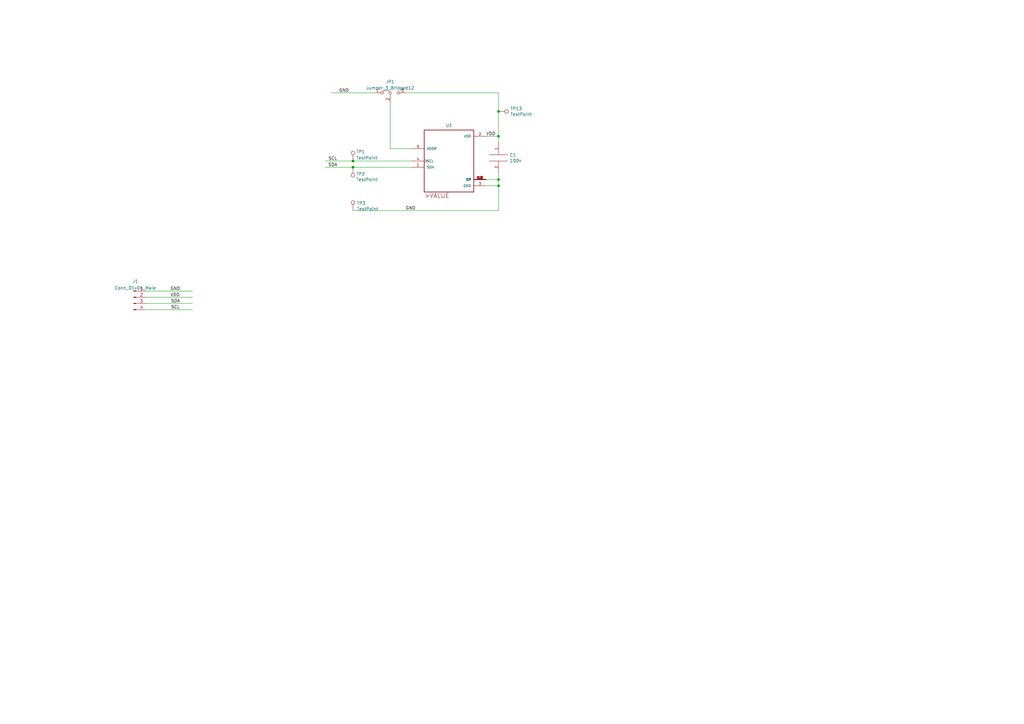
<source format=kicad_sch>
(kicad_sch (version 20211123) (generator eeschema)

  (uuid f144a97d-c3f0-423f-b0a9-3f7dbc42478b)

  (paper "A3")

  (title_block
    (title "mlx90632-breakout")
    (date "2023-01-16")
    (rev "1.2")
    (company "Melexis Inc")
  )

  (lib_symbols
    (symbol "Connector:Conn_01x04_Male" (pin_names (offset 1.016) hide) (in_bom yes) (on_board yes)
      (property "Reference" "J" (id 0) (at 0 5.08 0)
        (effects (font (size 1.27 1.27)))
      )
      (property "Value" "Conn_01x04_Male" (id 1) (at 0 -7.62 0)
        (effects (font (size 1.27 1.27)))
      )
      (property "Footprint" "" (id 2) (at 0 0 0)
        (effects (font (size 1.27 1.27)) hide)
      )
      (property "Datasheet" "~" (id 3) (at 0 0 0)
        (effects (font (size 1.27 1.27)) hide)
      )
      (property "ki_keywords" "connector" (id 4) (at 0 0 0)
        (effects (font (size 1.27 1.27)) hide)
      )
      (property "ki_description" "Generic connector, single row, 01x04, script generated (kicad-library-utils/schlib/autogen/connector/)" (id 5) (at 0 0 0)
        (effects (font (size 1.27 1.27)) hide)
      )
      (property "ki_fp_filters" "Connector*:*_1x??_*" (id 6) (at 0 0 0)
        (effects (font (size 1.27 1.27)) hide)
      )
      (symbol "Conn_01x04_Male_1_1"
        (polyline
          (pts
            (xy 1.27 -5.08)
            (xy 0.8636 -5.08)
          )
          (stroke (width 0.1524) (type default) (color 0 0 0 0))
          (fill (type none))
        )
        (polyline
          (pts
            (xy 1.27 -2.54)
            (xy 0.8636 -2.54)
          )
          (stroke (width 0.1524) (type default) (color 0 0 0 0))
          (fill (type none))
        )
        (polyline
          (pts
            (xy 1.27 0)
            (xy 0.8636 0)
          )
          (stroke (width 0.1524) (type default) (color 0 0 0 0))
          (fill (type none))
        )
        (polyline
          (pts
            (xy 1.27 2.54)
            (xy 0.8636 2.54)
          )
          (stroke (width 0.1524) (type default) (color 0 0 0 0))
          (fill (type none))
        )
        (rectangle (start 0.8636 -4.953) (end 0 -5.207)
          (stroke (width 0.1524) (type default) (color 0 0 0 0))
          (fill (type outline))
        )
        (rectangle (start 0.8636 -2.413) (end 0 -2.667)
          (stroke (width 0.1524) (type default) (color 0 0 0 0))
          (fill (type outline))
        )
        (rectangle (start 0.8636 0.127) (end 0 -0.127)
          (stroke (width 0.1524) (type default) (color 0 0 0 0))
          (fill (type outline))
        )
        (rectangle (start 0.8636 2.667) (end 0 2.413)
          (stroke (width 0.1524) (type default) (color 0 0 0 0))
          (fill (type outline))
        )
        (pin passive line (at 5.08 2.54 180) (length 3.81)
          (name "Pin_1" (effects (font (size 1.27 1.27))))
          (number "1" (effects (font (size 1.27 1.27))))
        )
        (pin passive line (at 5.08 0 180) (length 3.81)
          (name "Pin_2" (effects (font (size 1.27 1.27))))
          (number "2" (effects (font (size 1.27 1.27))))
        )
        (pin passive line (at 5.08 -2.54 180) (length 3.81)
          (name "Pin_3" (effects (font (size 1.27 1.27))))
          (number "3" (effects (font (size 1.27 1.27))))
        )
        (pin passive line (at 5.08 -5.08 180) (length 3.81)
          (name "Pin_4" (effects (font (size 1.27 1.27))))
          (number "4" (effects (font (size 1.27 1.27))))
        )
      )
    )
    (symbol "Connector:TestPoint" (pin_numbers hide) (pin_names (offset 0.762) hide) (in_bom yes) (on_board yes)
      (property "Reference" "TP" (id 0) (at 0 6.858 0)
        (effects (font (size 1.27 1.27)))
      )
      (property "Value" "TestPoint" (id 1) (at 0 5.08 0)
        (effects (font (size 1.27 1.27)))
      )
      (property "Footprint" "" (id 2) (at 5.08 0 0)
        (effects (font (size 1.27 1.27)) hide)
      )
      (property "Datasheet" "~" (id 3) (at 5.08 0 0)
        (effects (font (size 1.27 1.27)) hide)
      )
      (property "ki_keywords" "test point tp" (id 4) (at 0 0 0)
        (effects (font (size 1.27 1.27)) hide)
      )
      (property "ki_description" "test point" (id 5) (at 0 0 0)
        (effects (font (size 1.27 1.27)) hide)
      )
      (property "ki_fp_filters" "Pin* Test*" (id 6) (at 0 0 0)
        (effects (font (size 1.27 1.27)) hide)
      )
      (symbol "TestPoint_0_1"
        (circle (center 0 3.302) (radius 0.762)
          (stroke (width 0) (type default) (color 0 0 0 0))
          (fill (type none))
        )
      )
      (symbol "TestPoint_1_1"
        (pin passive line (at 0 0 90) (length 2.54)
          (name "1" (effects (font (size 1.27 1.27))))
          (number "1" (effects (font (size 1.27 1.27))))
        )
      )
    )
    (symbol "Jumper:Jumper_3_Bridged12" (pin_names (offset 0) hide) (in_bom yes) (on_board yes)
      (property "Reference" "JP" (id 0) (at -2.54 -2.54 0)
        (effects (font (size 1.27 1.27)))
      )
      (property "Value" "Jumper_3_Bridged12" (id 1) (at 0 2.794 0)
        (effects (font (size 1.27 1.27)))
      )
      (property "Footprint" "" (id 2) (at 0 0 0)
        (effects (font (size 1.27 1.27)) hide)
      )
      (property "Datasheet" "~" (id 3) (at 0 0 0)
        (effects (font (size 1.27 1.27)) hide)
      )
      (property "ki_keywords" "Jumper SPDT" (id 4) (at 0 0 0)
        (effects (font (size 1.27 1.27)) hide)
      )
      (property "ki_description" "Jumper, 3-pole, pins 1+2 closed/bridged" (id 5) (at 0 0 0)
        (effects (font (size 1.27 1.27)) hide)
      )
      (property "ki_fp_filters" "Jumper* TestPoint*3Pads* TestPoint*Bridge*" (id 6) (at 0 0 0)
        (effects (font (size 1.27 1.27)) hide)
      )
      (symbol "Jumper_3_Bridged12_0_0"
        (circle (center -3.302 0) (radius 0.508)
          (stroke (width 0) (type default) (color 0 0 0 0))
          (fill (type none))
        )
        (circle (center 0 0) (radius 0.508)
          (stroke (width 0) (type default) (color 0 0 0 0))
          (fill (type none))
        )
        (circle (center 3.302 0) (radius 0.508)
          (stroke (width 0) (type default) (color 0 0 0 0))
          (fill (type none))
        )
      )
      (symbol "Jumper_3_Bridged12_0_1"
        (arc (start -0.254 0.508) (mid -1.651 0.9912) (end -3.048 0.508)
          (stroke (width 0) (type default) (color 0 0 0 0))
          (fill (type none))
        )
        (polyline
          (pts
            (xy 0 -1.27)
            (xy 0 -0.508)
          )
          (stroke (width 0) (type default) (color 0 0 0 0))
          (fill (type none))
        )
      )
      (symbol "Jumper_3_Bridged12_1_1"
        (pin passive line (at -6.35 0 0) (length 2.54)
          (name "A" (effects (font (size 1.27 1.27))))
          (number "1" (effects (font (size 1.27 1.27))))
        )
        (pin passive line (at 0 -3.81 90) (length 2.54)
          (name "C" (effects (font (size 1.27 1.27))))
          (number "2" (effects (font (size 1.27 1.27))))
        )
        (pin passive line (at 6.35 0 180) (length 2.54)
          (name "B" (effects (font (size 1.27 1.27))))
          (number "3" (effects (font (size 1.27 1.27))))
        )
      )
    )
    (symbol "melexis-temperature:MLX90632" (pin_names (offset 1.016)) (in_bom yes) (on_board yes)
      (property "Reference" "U" (id 0) (at -10.16 13.208 0)
        (effects (font (size 1.27 1.27)) (justify left bottom))
      )
      (property "Value" "MLX90632" (id 1) (at -8.89 -11.43 0)
        (effects (font (size 1.27 1.27)) (justify left bottom) hide)
      )
      (property "Footprint" "melexis-temperature:mlx90632-no-via-large" (id 2) (at -10.16 -20.32 0)
        (effects (font (size 1.27 1.27)) (justify left bottom) hide)
      )
      (property "Datasheet" "https://melexis.com/mlx90632" (id 3) (at -8.89 -17.78 0)
        (effects (font (size 1.27 1.27)) (justify left bottom) hide)
      )
      (symbol "MLX90632_0_0"
        (polyline
          (pts
            (xy -10.16 -12.7)
            (xy 10.16 -12.7)
          )
          (stroke (width 0.254) (type default) (color 0 0 0 0))
          (fill (type none))
        )
        (polyline
          (pts
            (xy -10.16 12.7)
            (xy -10.16 -12.7)
          )
          (stroke (width 0.254) (type default) (color 0 0 0 0))
          (fill (type none))
        )
        (polyline
          (pts
            (xy 10.16 -12.7)
            (xy 10.16 12.7)
          )
          (stroke (width 0.254) (type default) (color 0 0 0 0))
          (fill (type none))
        )
        (polyline
          (pts
            (xy 10.16 12.7)
            (xy -10.16 12.7)
          )
          (stroke (width 0.254) (type default) (color 0 0 0 0))
          (fill (type none))
        )
        (text ">VALUE " (at -10.16 -15.24 0)
          (effects (font (size 1.778 1.778)) (justify left bottom))
        )
        (pin bidirectional line (at -15.24 -2.54 0) (length 5.08)
          (name "SDA" (effects (font (size 1.016 1.016))))
          (number "1" (effects (font (size 1.016 1.016))))
        )
        (pin power_in line (at 15.24 10.16 180) (length 5.08)
          (name "VDD" (effects (font (size 1.016 1.016))))
          (number "2" (effects (font (size 1.016 1.016))))
        )
        (pin power_in line (at 15.24 -10.16 180) (length 5.08)
          (name "GND" (effects (font (size 1.016 1.016))))
          (number "3" (effects (font (size 1.016 1.016))))
        )
        (pin input clock (at -15.24 0 0) (length 5.08)
          (name "SCL" (effects (font (size 1.016 1.016))))
          (number "4" (effects (font (size 1.016 1.016))))
        )
        (pin input line (at -15.24 5.08 0) (length 5.08)
          (name "ADDR" (effects (font (size 1.016 1.016))))
          (number "5" (effects (font (size 1.016 1.016))))
        )
        (pin power_in line (at 15.24 -7.62 180) (length 5.08)
          (name "EP" (effects (font (size 1.016 1.016))))
          (number "6" (effects (font (size 1.016 1.016))))
        )
        (pin power_in line (at 15.24 -7.62 180) (length 5.08)
          (name "EP" (effects (font (size 1.016 1.016))))
          (number "6.1" (effects (font (size 1.016 1.016))))
        )
        (pin power_in line (at 15.24 -7.62 180) (length 5.08)
          (name "EP" (effects (font (size 1.016 1.016))))
          (number "6.2" (effects (font (size 1.016 1.016))))
        )
        (pin power_in line (at 15.24 -7.62 180) (length 5.08)
          (name "EP" (effects (font (size 1.016 1.016))))
          (number "6.3" (effects (font (size 1.016 1.016))))
        )
        (pin power_in line (at 15.24 -7.62 180) (length 5.08)
          (name "EP" (effects (font (size 1.016 1.016))))
          (number "6.4" (effects (font (size 1.016 1.016))))
        )
        (pin power_in line (at 15.24 -7.62 180) (length 5.08)
          (name "EP" (effects (font (size 1.016 1.016))))
          (number "6.5" (effects (font (size 1.016 1.016))))
        )
        (pin power_in line (at 15.24 -7.62 180) (length 5.08)
          (name "EP" (effects (font (size 1.016 1.016))))
          (number "6.6" (effects (font (size 1.016 1.016))))
        )
        (pin power_in line (at 15.24 -7.62 180) (length 5.08)
          (name "EP" (effects (font (size 1.016 1.016))))
          (number "6.7" (effects (font (size 1.016 1.016))))
        )
        (pin power_in line (at 15.24 -7.62 180) (length 5.08)
          (name "EP" (effects (font (size 1.016 1.016))))
          (number "6.8" (effects (font (size 1.016 1.016))))
        )
      )
    )
    (symbol "pspice:CAP" (pin_names (offset 0.254)) (in_bom yes) (on_board yes)
      (property "Reference" "C" (id 0) (at 2.54 3.81 90)
        (effects (font (size 1.27 1.27)))
      )
      (property "Value" "CAP" (id 1) (at 2.54 -3.81 90)
        (effects (font (size 1.27 1.27)))
      )
      (property "Footprint" "" (id 2) (at 0 0 0)
        (effects (font (size 1.27 1.27)) hide)
      )
      (property "Datasheet" "~" (id 3) (at 0 0 0)
        (effects (font (size 1.27 1.27)) hide)
      )
      (property "ki_keywords" "simulation" (id 4) (at 0 0 0)
        (effects (font (size 1.27 1.27)) hide)
      )
      (property "ki_description" "Capacitor symbol for simulation only" (id 5) (at 0 0 0)
        (effects (font (size 1.27 1.27)) hide)
      )
      (symbol "CAP_0_1"
        (polyline
          (pts
            (xy -3.81 -1.27)
            (xy 3.81 -1.27)
          )
          (stroke (width 0) (type default) (color 0 0 0 0))
          (fill (type none))
        )
        (polyline
          (pts
            (xy -3.81 1.27)
            (xy 3.81 1.27)
          )
          (stroke (width 0) (type default) (color 0 0 0 0))
          (fill (type none))
        )
      )
      (symbol "CAP_1_1"
        (pin passive line (at 0 6.35 270) (length 5.08)
          (name "~" (effects (font (size 1.016 1.016))))
          (number "1" (effects (font (size 1.016 1.016))))
        )
        (pin passive line (at 0 -6.35 90) (length 5.08)
          (name "~" (effects (font (size 1.016 1.016))))
          (number "2" (effects (font (size 1.016 1.016))))
        )
      )
    )
  )

  (junction (at 144.78 66.04) (diameter 0) (color 0 0 0 0)
    (uuid 0f41a909-27c4-4be2-9d5e-9ae2108c8ff5)
  )
  (junction (at 204.47 45.72) (diameter 0) (color 0 0 0 0)
    (uuid 1656ccef-fd41-4e5c-b3dc-968b4cbf0a88)
  )
  (junction (at 144.78 68.58) (diameter 0) (color 0 0 0 0)
    (uuid 29d472a1-c0d6-42c9-b2e5-a264b93a7ff1)
  )
  (junction (at 204.47 55.88) (diameter 0) (color 0 0 0 0)
    (uuid 67621f9e-0a6a-4778-ad69-04dcf300659c)
  )
  (junction (at 204.47 76.2) (diameter 0) (color 0 0 0 0)
    (uuid 7e08f2a4-63d6-468b-bd8b-ec607077e023)
  )
  (junction (at 204.47 73.66) (diameter 0) (color 0 0 0 0)
    (uuid 9702d639-3b1f-4825-8985-b32b9008503d)
  )

  (wire (pts (xy 59.944 124.46) (xy 78.994 124.46))
    (stroke (width 0) (type default) (color 0 0 0 0))
    (uuid 10c05ac4-7806-406a-b56c-a9cd10cdf5a0)
  )
  (wire (pts (xy 199.39 55.88) (xy 204.47 55.88))
    (stroke (width 0) (type default) (color 0 0 0 0))
    (uuid 128e34ce-eee7-477d-b905-a493e98db783)
  )
  (wire (pts (xy 144.78 66.04) (xy 133.35 66.04))
    (stroke (width 0) (type default) (color 0 0 0 0))
    (uuid 1b54105e-6590-4d26-a763-ecfcf81eedc4)
  )
  (wire (pts (xy 59.944 127) (xy 78.994 127))
    (stroke (width 0) (type default) (color 0 0 0 0))
    (uuid 1c286467-bb2c-4ce3-8bc2-ed6165c8edb6)
  )
  (wire (pts (xy 144.78 68.58) (xy 168.91 68.58))
    (stroke (width 0) (type default) (color 0 0 0 0))
    (uuid 2f3deced-880d-4075-a81b-95c62da5b94d)
  )
  (wire (pts (xy 168.91 60.96) (xy 160.02 60.96))
    (stroke (width 0) (type default) (color 0 0 0 0))
    (uuid 35303d47-09b6-4171-8eeb-feecc32b484c)
  )
  (wire (pts (xy 204.47 86.36) (xy 204.47 76.2))
    (stroke (width 0) (type default) (color 0 0 0 0))
    (uuid 4d609e7c-74c9-4ae9-a26d-946ff00c167d)
  )
  (wire (pts (xy 144.78 68.58) (xy 133.35 68.58))
    (stroke (width 0) (type default) (color 0 0 0 0))
    (uuid 632acde9-b7fd-4f04-8cb4-d2cbb06b3595)
  )
  (wire (pts (xy 160.02 41.91) (xy 160.02 60.96))
    (stroke (width 0) (type default) (color 0 0 0 0))
    (uuid 691fa22f-cf75-426d-b2b9-41370e76564c)
  )
  (wire (pts (xy 59.944 119.38) (xy 78.994 119.38))
    (stroke (width 0) (type default) (color 0 0 0 0))
    (uuid 754ad783-2c9b-41e4-a253-2053dbb561e3)
  )
  (wire (pts (xy 204.47 76.2) (xy 199.39 76.2))
    (stroke (width 0) (type default) (color 0 0 0 0))
    (uuid 786b6072-5772-4bc1-8eeb-6c4e19f2a91b)
  )
  (wire (pts (xy 135.89 38.1) (xy 153.67 38.1))
    (stroke (width 0) (type default) (color 0 0 0 0))
    (uuid 7e960422-f37b-4399-8edd-ccc35c2f8b21)
  )
  (wire (pts (xy 204.47 45.72) (xy 204.47 38.1))
    (stroke (width 0) (type default) (color 0 0 0 0))
    (uuid 87e3b420-a780-470f-ad58-e8c315e60ae0)
  )
  (wire (pts (xy 166.37 38.1) (xy 204.47 38.1))
    (stroke (width 0) (type default) (color 0 0 0 0))
    (uuid 984e33b6-dbb3-4548-a972-a991504acee3)
  )
  (wire (pts (xy 199.39 73.66) (xy 204.47 73.66))
    (stroke (width 0) (type default) (color 0 0 0 0))
    (uuid 9a9f2d82-f64d-4264-8bec-c182528fc4de)
  )
  (wire (pts (xy 204.47 55.88) (xy 204.47 58.42))
    (stroke (width 0) (type default) (color 0 0 0 0))
    (uuid a06e8e78-f567-42e6-b645-013b1073ca31)
  )
  (wire (pts (xy 144.78 66.04) (xy 168.91 66.04))
    (stroke (width 0) (type default) (color 0 0 0 0))
    (uuid a501555e-bbc7-4b58-ad89-28a0cd3dd6d0)
  )
  (wire (pts (xy 204.47 73.66) (xy 204.47 76.2))
    (stroke (width 0) (type default) (color 0 0 0 0))
    (uuid b60c50d1-225e-415c-8712-7acb5e3dc8ea)
  )
  (wire (pts (xy 144.78 86.36) (xy 204.47 86.36))
    (stroke (width 0) (type default) (color 0 0 0 0))
    (uuid dabe541b-b164-4180-97a4-5ca761b86800)
  )
  (wire (pts (xy 204.47 71.12) (xy 204.47 73.66))
    (stroke (width 0) (type default) (color 0 0 0 0))
    (uuid ec9e24d8-d1c5-40e2-9812-dc315d05f470)
  )
  (wire (pts (xy 204.47 45.72) (xy 204.47 55.88))
    (stroke (width 0) (type default) (color 0 0 0 0))
    (uuid f23ed6ec-eed7-4b47-978d-dcc74d03ddb2)
  )
  (wire (pts (xy 59.944 121.92) (xy 78.994 121.92))
    (stroke (width 0) (type default) (color 0 0 0 0))
    (uuid f4e914be-c810-41d7-a94e-a4db1db21bb0)
  )

  (label "GND" (at 69.85 119.38 0)
    (effects (font (size 1.27 1.27)) (justify left bottom))
    (uuid 0ebee32d-3662-4f4d-a704-8bbfb1bcc675)
  )
  (label "SDA" (at 70.104 124.46 0)
    (effects (font (size 1.27 1.27)) (justify left bottom))
    (uuid 18f35ab7-05b1-4916-bca1-7e693b111a06)
  )
  (label "SDA" (at 134.62 68.58 0)
    (effects (font (size 1.27 1.27)) (justify left bottom))
    (uuid 4412226e-d975-40a2-921f-502ff4129a95)
  )
  (label "SCL" (at 134.62 66.04 0)
    (effects (font (size 1.27 1.27)) (justify left bottom))
    (uuid 4e66a44f-7fa6-4e16-bf9b-62ec864301a5)
  )
  (label "SCL" (at 70.104 127 0)
    (effects (font (size 1.27 1.27)) (justify left bottom))
    (uuid 4fd1e628-09a1-4bc9-9f6a-e70c0e86b0dc)
  )
  (label "VDD" (at 199.39 55.88 0)
    (effects (font (size 1.27 1.27)) (justify left bottom))
    (uuid 68e09be7-3bbc-4443-a838-209ce20b2bef)
  )
  (label "GND" (at 166.37 86.36 0)
    (effects (font (size 1.27 1.27)) (justify left bottom))
    (uuid 6b25f522-8e2d-4cd8-9d5d-a2b80f60133b)
  )
  (label "VDD" (at 69.85 121.92 0)
    (effects (font (size 1.27 1.27)) (justify left bottom))
    (uuid a02eb634-3dd2-4ba0-92b2-fced6e18deee)
  )
  (label "GND" (at 139.065 38.1 0)
    (effects (font (size 1.27 1.27)) (justify left bottom))
    (uuid ac283e5d-eca8-4a44-8134-a050e91970a5)
  )

  (symbol (lib_id "melexis-temperature:MLX90632") (at 184.15 66.04 0) (unit 1)
    (in_bom yes) (on_board yes)
    (uuid 00000000-0000-0000-0000-00005ee38145)
    (property "Reference" "U1" (id 0) (at 184.15 51.4096 0))
    (property "Value" "MLX90632SLD-BCB-000-SP" (id 1) (at 184.15 66.04 0)
      (effects (font (size 1.27 1.27)) (justify left bottom) hide)
    )
    (property "Footprint" "melexis-temperature:mlx90632-no-via-large" (id 2) (at 173.99 86.36 0)
      (effects (font (size 1.27 1.27)) (justify left bottom) hide)
    )
    (property "Datasheet" "https://melexis.com/mlx90632" (id 3) (at 175.26 83.82 0)
      (effects (font (size 1.27 1.27)) (justify left bottom) hide)
    )
    (property "Field4" "3" (id 4) (at 184.15 66.04 0)
      (effects (font (size 1.27 1.27)) (justify left bottom) hide)
    )
    (property "Field5" "MELEXIS" (id 5) (at 184.15 66.04 0)
      (effects (font (size 1.27 1.27)) (justify left bottom) hide)
    )
    (pin "1" (uuid c1d83899-e380-49f9-a87d-8e78bc089ebf))
    (pin "2" (uuid e9bb29b2-2bb9-4ea2-acd9-2bb3ca677a12))
    (pin "3" (uuid 62c076a3-d618-44a2-9042-9a08b3576787))
    (pin "4" (uuid da469d11-a8a4-414b-9449-d151eeaf4853))
    (pin "5" (uuid afb8e687-4a13-41a1-b8c0-89a749e897fe))
    (pin "6" (uuid 5cbb5968-dbb5-4b84-864a-ead1cacf75b9))
    (pin "6.1" (uuid 3f5fe6b7-98fc-4d3e-9567-f9f7202d1455))
    (pin "6.2" (uuid bb7f0588-d4d8-44bf-9ebf-3c533fe4d6ae))
    (pin "6.3" (uuid f1830a1b-f0cc-47ae-a2c9-679c82032f14))
    (pin "6.4" (uuid 6a955fc7-39d9-4c75-9a69-676ca8c0b9b2))
    (pin "6.5" (uuid e8314017-7be6-4011-9179-37449a29b311))
    (pin "6.6" (uuid e10b5627-3247-4c86-b9f6-ef474ca11543))
    (pin "6.7" (uuid 746ba970-8279-4e7b-aed3-f28687777c21))
    (pin "6.8" (uuid 71c31975-2c45-4d18-a25a-18e07a55d11e))
  )

  (symbol (lib_id "pspice:CAP") (at 204.47 64.77 0) (unit 1)
    (in_bom yes) (on_board yes)
    (uuid 00000000-0000-0000-0000-00005ee38154)
    (property "Reference" "C1" (id 0) (at 208.9912 63.6016 0)
      (effects (font (size 1.27 1.27)) (justify left))
    )
    (property "Value" "100n" (id 1) (at 208.9912 65.913 0)
      (effects (font (size 1.27 1.27)) (justify left))
    )
    (property "Footprint" "Capacitor_SMD:C_0402_1005Metric" (id 2) (at 204.47 64.77 0)
      (effects (font (size 1.27 1.27)) hide)
    )
    (property "Datasheet" "~" (id 3) (at 204.47 64.77 0)
      (effects (font (size 1.27 1.27)) hide)
    )
    (pin "1" (uuid ef8fe2ac-6a7f-4682-9418-b801a1b10a3b))
    (pin "2" (uuid 44d8279a-9cd1-4db6-856f-0363131605fc))
  )

  (symbol (lib_id "Connector:TestPoint") (at 144.78 68.58 180) (unit 1)
    (in_bom yes) (on_board yes)
    (uuid 00000000-0000-0000-0000-00005ee38160)
    (property "Reference" "TP2" (id 0) (at 146.05 71.3486 0)
      (effects (font (size 1.27 1.27)) (justify right))
    )
    (property "Value" "TestPoint" (id 1) (at 146.05 73.66 0)
      (effects (font (size 1.27 1.27)) (justify right))
    )
    (property "Footprint" "TestPoint:TestPoint_Pad_1.0x1.0mm" (id 2) (at 139.7 68.58 0)
      (effects (font (size 1.27 1.27)) hide)
    )
    (property "Datasheet" "~" (id 3) (at 139.7 68.58 0)
      (effects (font (size 1.27 1.27)) hide)
    )
    (pin "1" (uuid 87371631-aa02-498a-998a-09bdb74784c1))
  )

  (symbol (lib_id "Connector:TestPoint") (at 144.78 66.04 0) (unit 1)
    (in_bom yes) (on_board yes)
    (uuid 00000000-0000-0000-0000-00005ee38167)
    (property "Reference" "TP1" (id 0) (at 146.05 62.23 0)
      (effects (font (size 1.27 1.27)) (justify left))
    )
    (property "Value" "TestPoint" (id 1) (at 146.05 64.77 0)
      (effects (font (size 1.27 1.27)) (justify left))
    )
    (property "Footprint" "TestPoint:TestPoint_Pad_1.0x1.0mm" (id 2) (at 149.86 66.04 0)
      (effects (font (size 1.27 1.27)) hide)
    )
    (property "Datasheet" "~" (id 3) (at 149.86 66.04 0)
      (effects (font (size 1.27 1.27)) hide)
    )
    (pin "1" (uuid a3e4f0ae-9f86-49e9-b386-ed8b42e012fb))
  )

  (symbol (lib_id "Connector:TestPoint") (at 144.78 86.36 0) (unit 1)
    (in_bom yes) (on_board yes)
    (uuid 00000000-0000-0000-0000-00005ee3816e)
    (property "Reference" "TP3" (id 0) (at 146.2532 83.3628 0)
      (effects (font (size 1.27 1.27)) (justify left))
    )
    (property "Value" "TestPoint" (id 1) (at 146.2532 85.6742 0)
      (effects (font (size 1.27 1.27)) (justify left))
    )
    (property "Footprint" "TestPoint:TestPoint_Pad_1.0x1.0mm" (id 2) (at 149.86 86.36 0)
      (effects (font (size 1.27 1.27)) hide)
    )
    (property "Datasheet" "~" (id 3) (at 149.86 86.36 0)
      (effects (font (size 1.27 1.27)) hide)
    )
    (pin "1" (uuid 6c9b793c-e74d-4754-a2c0-901e73b26f1c))
  )

  (symbol (lib_id "Connector:TestPoint") (at 204.47 45.72 270) (unit 1)
    (in_bom yes) (on_board yes)
    (uuid 00000000-0000-0000-0000-00005ee381bd)
    (property "Reference" "TP13" (id 0) (at 209.2452 44.5516 90)
      (effects (font (size 1.27 1.27)) (justify left))
    )
    (property "Value" "TestPoint" (id 1) (at 209.2452 46.863 90)
      (effects (font (size 1.27 1.27)) (justify left))
    )
    (property "Footprint" "TestPoint:TestPoint_Pad_1.0x1.0mm" (id 2) (at 204.47 50.8 0)
      (effects (font (size 1.27 1.27)) hide)
    )
    (property "Datasheet" "~" (id 3) (at 204.47 50.8 0)
      (effects (font (size 1.27 1.27)) hide)
    )
    (pin "1" (uuid 48ab88d7-7084-4d02-b109-3ad55a30bb11))
  )

  (symbol (lib_id "Connector:Conn_01x04_Male") (at 54.864 121.92 0) (unit 1)
    (in_bom yes) (on_board yes) (fields_autoplaced)
    (uuid 020fb5f8-7154-449f-9427-c21c224740aa)
    (property "Reference" "J1" (id 0) (at 55.499 115.3373 0))
    (property "Value" "Conn_01x04_Male" (id 1) (at 55.499 118.1124 0))
    (property "Footprint" "melexis-temperature:QWIIC_STEMMA_QT" (id 2) (at 54.864 121.92 0)
      (effects (font (size 1.27 1.27)) hide)
    )
    (property "Datasheet" "~" (id 3) (at 54.864 121.92 0)
      (effects (font (size 1.27 1.27)) hide)
    )
    (pin "1" (uuid dfba55d2-f8dc-436a-b94f-b36d464fd23a))
    (pin "2" (uuid c631e5fc-7d8b-4e95-a9d7-2a35f6494f59))
    (pin "3" (uuid 0fab4f44-50b7-47e8-8e41-d5c3aef59701))
    (pin "4" (uuid 996f47d1-fc15-47e8-9c90-0ae6699ccbc6))
  )

  (symbol (lib_id "Jumper:Jumper_3_Bridged12") (at 160.02 38.1 0) (unit 1)
    (in_bom yes) (on_board yes) (fields_autoplaced)
    (uuid f28277f2-4c01-4da7-82a9-ada7e3eb6097)
    (property "Reference" "JP1" (id 0) (at 160.02 33.536 0))
    (property "Value" "Jumper_3_Bridged12" (id 1) (at 160.02 36.0729 0))
    (property "Footprint" "Jumper:SolderJumper-3_P1.3mm_Bridged12_RoundedPad1.0x1.5mm" (id 2) (at 160.02 38.1 0)
      (effects (font (size 1.27 1.27)) hide)
    )
    (property "Datasheet" "~" (id 3) (at 160.02 38.1 0)
      (effects (font (size 1.27 1.27)) hide)
    )
    (pin "1" (uuid 85f16287-4cb0-4105-8d63-2fdb461203c8))
    (pin "2" (uuid 11de20cf-24a2-4dee-acf8-0bb00611d13d))
    (pin "3" (uuid 95c12141-70f8-4abc-8ee2-d2afcd222a19))
  )

  (sheet_instances
    (path "/" (page "1"))
  )

  (symbol_instances
    (path "/00000000-0000-0000-0000-00005ee38154"
      (reference "C1") (unit 1) (value "100n") (footprint "Capacitor_SMD:C_0402_1005Metric")
    )
    (path "/020fb5f8-7154-449f-9427-c21c224740aa"
      (reference "J1") (unit 1) (value "Conn_01x04_Male") (footprint "melexis-temperature:QWIIC_STEMMA_QT")
    )
    (path "/f28277f2-4c01-4da7-82a9-ada7e3eb6097"
      (reference "JP1") (unit 1) (value "Jumper_3_Bridged12") (footprint "Jumper:SolderJumper-3_P1.3mm_Bridged12_RoundedPad1.0x1.5mm")
    )
    (path "/00000000-0000-0000-0000-00005ee38167"
      (reference "TP1") (unit 1) (value "TestPoint") (footprint "TestPoint:TestPoint_Pad_1.0x1.0mm")
    )
    (path "/00000000-0000-0000-0000-00005ee38160"
      (reference "TP2") (unit 1) (value "TestPoint") (footprint "TestPoint:TestPoint_Pad_1.0x1.0mm")
    )
    (path "/00000000-0000-0000-0000-00005ee3816e"
      (reference "TP3") (unit 1) (value "TestPoint") (footprint "TestPoint:TestPoint_Pad_1.0x1.0mm")
    )
    (path "/00000000-0000-0000-0000-00005ee381bd"
      (reference "TP13") (unit 1) (value "TestPoint") (footprint "TestPoint:TestPoint_Pad_1.0x1.0mm")
    )
    (path "/00000000-0000-0000-0000-00005ee38145"
      (reference "U1") (unit 1) (value "MLX90632SLD-BCB-000-SP") (footprint "melexis-temperature:mlx90632-no-via-large")
    )
  )
)

</source>
